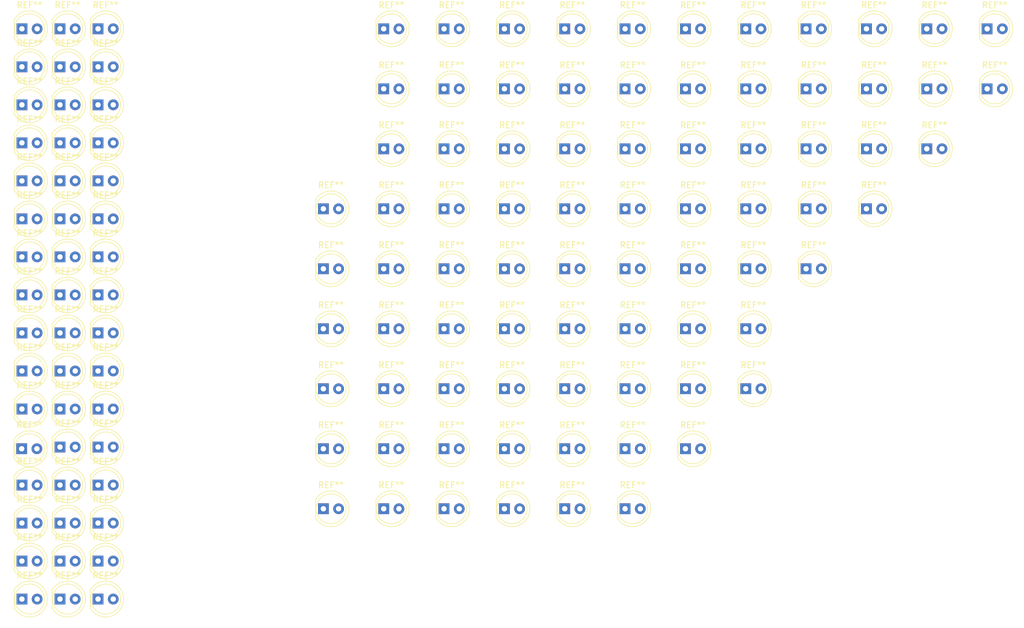
<source format=kicad_pcb>
(kicad_pcb (version 4) (host pcbnew 4.0.1-stable)
  (layers (0 F.Cu signal) (31 B.Cu signal) (34 B.Paste user) (35 F.Paste user) (36 B.SilkS user) (37 F.SilkS user) (38 B.Mask user) (39 F.Mask user) (44 Edge.Cuts user))
  (net 0 "")
  (module LEDs:LED_D5.0mm (layer F.Cu) (at 124.46 66.04)
    (fp_text reference REF** (at 1.27 -3.96) (layer F.SilkS))
    (fp_text value LED_D5.0mm)
    (pad 1 thru_hole rect (at 0 0) (size 1.8 1.8) (drill 0.9) (layers *.Cu *.Mask))
    (pad 2 thru_hole circle (at 2.54 0) (size 1.8 1.8) (drill 0.9) (layers *.Cu *.Mask))
  )
  (module LEDs:LED_D5.0mm (layer F.Cu) (at 111.76 53.34)
    (fp_text reference REF** (at 1.27 -3.96) (layer F.SilkS))
    (fp_text value LED_D5.0mm)
    (pad 1 thru_hole rect (at 0 0) (size 1.8 1.8) (drill 0.9) (layers *.Cu *.Mask))
    (pad 2 thru_hole circle (at 2.54 0) (size 1.8 1.8) (drill 0.9) (layers *.Cu *.Mask))
  )
  (module LEDs:LED_D5.0mm (layer F.Cu) (at 111.76 40.64)
    (fp_text reference REF** (at 1.27 -3.96) (layer F.SilkS))
    (fp_text value LED_D5.0mm)
    (pad 1 thru_hole rect (at 0 0) (size 1.8 1.8) (drill 0.9) (layers *.Cu *.Mask))
    (pad 2 thru_hole circle (at 2.54 0) (size 1.8 1.8) (drill 0.9) (layers *.Cu *.Mask))
  )
  (module LEDs:LED_D5.0mm (layer F.Cu) (at 111.76 59.69)
    (fp_text reference REF** (at 1.27 -3.96) (layer F.SilkS))
    (fp_text value LED_D5.0mm)
    (pad 1 thru_hole rect (at 0 0) (size 1.8 1.8) (drill 0.9) (layers *.Cu *.Mask))
    (pad 2 thru_hole circle (at 2.54 0) (size 1.8 1.8) (drill 0.9) (layers *.Cu *.Mask))
  )
  (module LEDs:LED_D5.0mm (layer F.Cu) (at 111.76 34.29)
    (fp_text reference REF** (at 1.27 -3.96) (layer F.SilkS))
    (fp_text value LED_D5.0mm)
    (pad 1 thru_hole rect (at 0 0) (size 1.8 1.8) (drill 0.9) (layers *.Cu *.Mask))
    (pad 2 thru_hole circle (at 2.54 0) (size 1.8 1.8) (drill 0.9) (layers *.Cu *.Mask))
  )
  (module LEDs:LED_D5.0mm (layer F.Cu) (at 118.11 46.99)
    (fp_text reference REF** (at 1.27 -3.96) (layer F.SilkS))
    (fp_text value LED_D5.0mm)
    (pad 1 thru_hole rect (at 0 0) (size 1.8 1.8) (drill 0.9) (layers *.Cu *.Mask))
    (pad 2 thru_hole circle (at 2.54 0) (size 1.8 1.8) (drill 0.9) (layers *.Cu *.Mask))
  )
  (module LEDs:LED_D5.0mm (layer F.Cu) (at 111.76 66.04)
    (fp_text reference REF** (at 1.27 -3.96) (layer F.SilkS))
    (fp_text value LED_D5.0mm)
    (pad 1 thru_hole rect (at 0 0) (size 1.8 1.8) (drill 0.9) (layers *.Cu *.Mask))
    (pad 2 thru_hole circle (at 2.54 0) (size 1.8 1.8) (drill 0.9) (layers *.Cu *.Mask))
  )
  (module LEDs:LED_D5.0mm (layer F.Cu) (at 111.76 27.94)
    (fp_text reference REF** (at 1.27 -3.96) (layer F.SilkS))
    (fp_text value LED_D5.0mm)
    (pad 1 thru_hole rect (at 0 0) (size 1.8 1.8) (drill 0.9) (layers *.Cu *.Mask))
    (pad 2 thru_hole circle (at 2.54 0) (size 1.8 1.8) (drill 0.9) (layers *.Cu *.Mask))
  )
  (module LEDs:LED_D5.0mm (layer F.Cu) (at 118.11 53.34)
    (fp_text reference REF** (at 1.27 -3.96) (layer F.SilkS))
    (fp_text value LED_D5.0mm)
    (pad 1 thru_hole rect (at 0 0) (size 1.8 1.8) (drill 0.9) (layers *.Cu *.Mask))
    (pad 2 thru_hole circle (at 2.54 0) (size 1.8 1.8) (drill 0.9) (layers *.Cu *.Mask))
  )
  (module LEDs:LED_D5.0mm (layer F.Cu) (at 118.11 91.44)
    (fp_text reference REF** (at 1.27 -3.96) (layer F.SilkS))
    (fp_text value LED_D5.0mm)
    (pad 1 thru_hole rect (at 0 0) (size 1.8 1.8) (drill 0.9) (layers *.Cu *.Mask))
    (pad 2 thru_hole circle (at 2.54 0) (size 1.8 1.8) (drill 0.9) (layers *.Cu *.Mask))
  )
  (module LEDs:LED_D5.0mm (layer F.Cu) (at 111.76 72.39)
    (fp_text reference REF** (at 1.27 -3.96) (layer F.SilkS))
    (fp_text value LED_D5.0mm)
    (pad 1 thru_hole rect (at 0 0) (size 1.8 1.8) (drill 0.9) (layers *.Cu *.Mask))
    (pad 2 thru_hole circle (at 2.54 0) (size 1.8 1.8) (drill 0.9) (layers *.Cu *.Mask))
  )
  (module LEDs:LED_D5.0mm (layer F.Cu) (at 111.76 21.59)
    (fp_text reference REF** (at 1.27 -3.96) (layer F.SilkS))
    (fp_text value LED_D5.0mm)
    (pad 1 thru_hole rect (at 0 0) (size 1.8 1.8) (drill 0.9) (layers *.Cu *.Mask))
    (pad 2 thru_hole circle (at 2.54 0) (size 1.8 1.8) (drill 0.9) (layers *.Cu *.Mask))
  )
  (module LEDs:LED_D5.0mm (layer F.Cu) (at 118.11 59.69)
    (fp_text reference REF** (at 1.27 -3.96) (layer F.SilkS))
    (fp_text value LED_D5.0mm)
    (pad 1 thru_hole rect (at 0 0) (size 1.8 1.8) (drill 0.9) (layers *.Cu *.Mask))
    (pad 2 thru_hole circle (at 2.54 0) (size 1.8 1.8) (drill 0.9) (layers *.Cu *.Mask))
  )
  (module LEDs:LED_D5.0mm (layer F.Cu) (at 118.11 97.79)
    (fp_text reference REF** (at 1.27 -3.96) (layer F.SilkS))
    (fp_text value LED_D5.0mm)
    (pad 1 thru_hole rect (at 0 0) (size 1.8 1.8) (drill 0.9) (layers *.Cu *.Mask))
    (pad 2 thru_hole circle (at 2.54 0) (size 1.8 1.8) (drill 0.9) (layers *.Cu *.Mask))
  )
  (module LEDs:LED_D5.0mm (layer F.Cu) (at 124.46 46.99)
    (fp_text reference REF** (at 1.27 -3.96) (layer F.SilkS))
    (fp_text value LED_D5.0mm)
    (pad 1 thru_hole rect (at 0 0) (size 1.8 1.8) (drill 0.9) (layers *.Cu *.Mask))
    (pad 2 thru_hole circle (at 2.54 0) (size 1.8 1.8) (drill 0.9) (layers *.Cu *.Mask))
  )
  (module LEDs:LED_D5.0mm (layer F.Cu) (at 111.76 78.74)
    (fp_text reference REF** (at 1.27 -3.96) (layer F.SilkS))
    (fp_text value LED_D5.0mm)
    (pad 1 thru_hole rect (at 0 0) (size 1.8 1.8) (drill 0.9) (layers *.Cu *.Mask))
    (pad 2 thru_hole circle (at 2.54 0) (size 1.8 1.8) (drill 0.9) (layers *.Cu *.Mask))
  )
  (module LEDs:LED_D5.0mm (layer F.Cu) (at 124.46 78.74)
    (fp_text reference REF** (at 1.27 -3.96) (layer F.SilkS))
    (fp_text value LED_D5.0mm)
    (pad 1 thru_hole rect (at 0 0) (size 1.8 1.8) (drill 0.9) (layers *.Cu *.Mask))
    (pad 2 thru_hole circle (at 2.54 0) (size 1.8 1.8) (drill 0.9) (layers *.Cu *.Mask))
  )
  (module LEDs:LED_D5.0mm (layer F.Cu) (at 118.11 66.04)
    (fp_text reference REF** (at 1.27 -3.96) (layer F.SilkS))
    (fp_text value LED_D5.0mm)
    (pad 1 thru_hole rect (at 0 0) (size 1.8 1.8) (drill 0.9) (layers *.Cu *.Mask))
    (pad 2 thru_hole circle (at 2.54 0) (size 1.8 1.8) (drill 0.9) (layers *.Cu *.Mask))
  )
  (module LEDs:LED_D5.0mm (layer F.Cu) (at 118.11 104.14)
    (fp_text reference REF** (at 1.27 -3.96) (layer F.SilkS))
    (fp_text value LED_D5.0mm)
    (pad 1 thru_hole rect (at 0 0) (size 1.8 1.8) (drill 0.9) (layers *.Cu *.Mask))
    (pad 2 thru_hole circle (at 2.54 0) (size 1.8 1.8) (drill 0.9) (layers *.Cu *.Mask))
  )
  (module LEDs:LED_D5.0mm (layer F.Cu) (at 124.46 53.34)
    (fp_text reference REF** (at 1.27 -3.96) (layer F.SilkS))
    (fp_text value LED_D5.0mm)
    (pad 1 thru_hole rect (at 0 0) (size 1.8 1.8) (drill 0.9) (layers *.Cu *.Mask))
    (pad 2 thru_hole circle (at 2.54 0) (size 1.8 1.8) (drill 0.9) (layers *.Cu *.Mask))
  )
  (module LEDs:LED_D5.0mm (layer F.Cu) (at 124.46 104.14)
    (fp_text reference REF** (at 1.27 -3.96) (layer F.SilkS))
    (fp_text value LED_D5.0mm)
    (pad 1 thru_hole rect (at 0 0) (size 1.8 1.8) (drill 0.9) (layers *.Cu *.Mask))
    (pad 2 thru_hole circle (at 2.54 0) (size 1.8 1.8) (drill 0.9) (layers *.Cu *.Mask))
  )
  (module LEDs:LED_D5.0mm (layer F.Cu) (at 111.76 85.09)
    (fp_text reference REF** (at 1.27 -3.96) (layer F.SilkS))
    (fp_text value LED_D5.0mm)
    (pad 1 thru_hole rect (at 0 0) (size 1.8 1.8) (drill 0.9) (layers *.Cu *.Mask))
    (pad 2 thru_hole circle (at 2.54 0) (size 1.8 1.8) (drill 0.9) (layers *.Cu *.Mask))
  )
  (module LEDs:LED_D5.0mm (layer F.Cu) (at 118.11 27.94)
    (fp_text reference REF** (at 1.27 -3.96) (layer F.SilkS))
    (fp_text value LED_D5.0mm)
    (pad 1 thru_hole rect (at 0 0) (size 1.8 1.8) (drill 0.9) (layers *.Cu *.Mask))
    (pad 2 thru_hole circle (at 2.54 0) (size 1.8 1.8) (drill 0.9) (layers *.Cu *.Mask))
  )
  (module LEDs:LED_D5.0mm (layer F.Cu) (at 118.11 72.39)
    (fp_text reference REF** (at 1.27 -3.96) (layer F.SilkS))
    (fp_text value LED_D5.0mm)
    (pad 1 thru_hole rect (at 0 0) (size 1.8 1.8) (drill 0.9) (layers *.Cu *.Mask))
    (pad 2 thru_hole circle (at 2.54 0) (size 1.8 1.8) (drill 0.9) (layers *.Cu *.Mask))
  )
  (module LEDs:LED_D5.0mm (layer F.Cu) (at 118.11 110.49)
    (fp_text reference REF** (at 1.27 -3.96) (layer F.SilkS))
    (fp_text value LED_D5.0mm)
    (pad 1 thru_hole rect (at 0 0) (size 1.8 1.8) (drill 0.9) (layers *.Cu *.Mask))
    (pad 2 thru_hole circle (at 2.54 0) (size 1.8 1.8) (drill 0.9) (layers *.Cu *.Mask))
  )
  (module LEDs:LED_D5.0mm (layer F.Cu) (at 124.46 59.69)
    (fp_text reference REF** (at 1.27 -3.96) (layer F.SilkS))
    (fp_text value LED_D5.0mm)
    (pad 1 thru_hole rect (at 0 0) (size 1.8 1.8) (drill 0.9) (layers *.Cu *.Mask))
    (pad 2 thru_hole circle (at 2.54 0) (size 1.8 1.8) (drill 0.9) (layers *.Cu *.Mask))
  )
  (module LEDs:LED_D5.0mm (layer F.Cu) (at 124.46 110.49)
    (fp_text reference REF** (at 1.27 -3.96) (layer F.SilkS))
    (fp_text value LED_D5.0mm)
    (pad 1 thru_hole rect (at 0 0) (size 1.8 1.8) (drill 0.9) (layers *.Cu *.Mask))
    (pad 2 thru_hole circle (at 2.54 0) (size 1.8 1.8) (drill 0.9) (layers *.Cu *.Mask))
  )
  (module LEDs:LED_D5.0mm (layer F.Cu) (at 172.136904 21.595)
    (fp_text reference REF** (at 1.27 -3.96) (layer F.SilkS))
    (fp_text value LED_D5.0mm)
    (pad 1 thru_hole rect (at 0 0) (size 1.8 1.8) (drill 0.9) (layers *.Cu *.Mask))
    (pad 2 thru_hole circle (at 2.54 0) (size 1.8 1.8) (drill 0.9) (layers *.Cu *.Mask))
  )
  (module LEDs:LED_D5.0mm (layer F.Cu) (at 111.716904 91.735)
    (fp_text reference REF** (at 1.27 -3.96) (layer F.SilkS))
    (fp_text value LED_D5.0mm)
    (pad 1 thru_hole rect (at 0 0) (size 1.8 1.8) (drill 0.9) (layers *.Cu *.Mask))
    (pad 2 thru_hole circle (at 2.54 0) (size 1.8 1.8) (drill 0.9) (layers *.Cu *.Mask))
  )
  (module LEDs:LED_D5.0mm (layer F.Cu) (at 111.76 116.84)
    (fp_text reference REF** (at 1.27 -3.96) (layer F.SilkS))
    (fp_text value LED_D5.0mm)
    (pad 1 thru_hole rect (at 0 0) (size 1.8 1.8) (drill 0.9) (layers *.Cu *.Mask))
    (pad 2 thru_hole circle (at 2.54 0) (size 1.8 1.8) (drill 0.9) (layers *.Cu *.Mask))
  )
  (module LEDs:LED_D5.0mm (layer F.Cu) (at 118.11 78.74)
    (fp_text reference REF** (at 1.27 -3.96) (layer F.SilkS))
    (fp_text value LED_D5.0mm)
    (pad 1 thru_hole rect (at 0 0) (size 1.8 1.8) (drill 0.9) (layers *.Cu *.Mask))
    (pad 2 thru_hole circle (at 2.54 0) (size 1.8 1.8) (drill 0.9) (layers *.Cu *.Mask))
  )
  (module LEDs:LED_D5.0mm (layer F.Cu) (at 118.11 116.84)
    (fp_text reference REF** (at 1.27 -3.96) (layer F.SilkS))
    (fp_text value LED_D5.0mm)
    (pad 1 thru_hole rect (at 0 0) (size 1.8 1.8) (drill 0.9) (layers *.Cu *.Mask))
    (pad 2 thru_hole circle (at 2.54 0) (size 1.8 1.8) (drill 0.9) (layers *.Cu *.Mask))
  )
  (module LEDs:LED_D5.0mm (layer F.Cu) (at 111.76 46.99)
    (fp_text reference REF** (at 1.27 -3.96) (layer F.SilkS))
    (fp_text value LED_D5.0mm)
    (pad 1 thru_hole rect (at 0 0) (size 1.8 1.8) (drill 0.9) (layers *.Cu *.Mask))
    (pad 2 thru_hole circle (at 2.54 0) (size 1.8 1.8) (drill 0.9) (layers *.Cu *.Mask))
  )
  (module LEDs:LED_D5.0mm (layer F.Cu) (at 124.46 116.84)
    (fp_text reference REF** (at 1.27 -3.96) (layer F.SilkS))
    (fp_text value LED_D5.0mm)
    (pad 1 thru_hole rect (at 0 0) (size 1.8 1.8) (drill 0.9) (layers *.Cu *.Mask))
    (pad 2 thru_hole circle (at 2.54 0) (size 1.8 1.8) (drill 0.9) (layers *.Cu *.Mask))
  )
  (module LEDs:LED_D5.0mm (layer F.Cu) (at 172.136904 31.615)
    (fp_text reference REF** (at 1.27 -3.96) (layer F.SilkS))
    (fp_text value LED_D5.0mm)
    (pad 1 thru_hole rect (at 0 0) (size 1.8 1.8) (drill 0.9) (layers *.Cu *.Mask))
    (pad 2 thru_hole circle (at 2.54 0) (size 1.8 1.8) (drill 0.9) (layers *.Cu *.Mask))
  )
  (module LEDs:LED_D5.0mm (layer F.Cu) (at 182.206904 21.595)
    (fp_text reference REF** (at 1.27 -3.96) (layer F.SilkS))
    (fp_text value LED_D5.0mm)
    (pad 1 thru_hole rect (at 0 0) (size 1.8 1.8) (drill 0.9) (layers *.Cu *.Mask))
    (pad 2 thru_hole circle (at 2.54 0) (size 1.8 1.8) (drill 0.9) (layers *.Cu *.Mask))
  )
  (module LEDs:LED_D5.0mm (layer F.Cu) (at 111.76 97.79)
    (fp_text reference REF** (at 1.27 -3.96) (layer F.SilkS))
    (fp_text value LED_D5.0mm)
    (pad 1 thru_hole rect (at 0 0) (size 1.8 1.8) (drill 0.9) (layers *.Cu *.Mask))
    (pad 2 thru_hole circle (at 2.54 0) (size 1.8 1.8) (drill 0.9) (layers *.Cu *.Mask))
  )
  (module LEDs:LED_D5.0mm (layer F.Cu) (at 111.76 110.49)
    (fp_text reference REF** (at 1.27 -3.96) (layer F.SilkS))
    (fp_text value LED_D5.0mm)
    (pad 1 thru_hole rect (at 0 0) (size 1.8 1.8) (drill 0.9) (layers *.Cu *.Mask))
    (pad 2 thru_hole circle (at 2.54 0) (size 1.8 1.8) (drill 0.9) (layers *.Cu *.Mask))
  )
  (module LEDs:LED_D5.0mm (layer F.Cu) (at 118.11 85.09)
    (fp_text reference REF** (at 1.27 -3.96) (layer F.SilkS))
    (fp_text value LED_D5.0mm)
    (pad 1 thru_hole rect (at 0 0) (size 1.8 1.8) (drill 0.9) (layers *.Cu *.Mask))
    (pad 2 thru_hole circle (at 2.54 0) (size 1.8 1.8) (drill 0.9) (layers *.Cu *.Mask))
  )
  (module LEDs:LED_D5.0mm (layer F.Cu) (at 124.46 21.59)
    (fp_text reference REF** (at 1.27 -3.96) (layer F.SilkS))
    (fp_text value LED_D5.0mm)
    (pad 1 thru_hole rect (at 0 0) (size 1.8 1.8) (drill 0.9) (layers *.Cu *.Mask))
    (pad 2 thru_hole circle (at 2.54 0) (size 1.8 1.8) (drill 0.9) (layers *.Cu *.Mask))
  )
  (module LEDs:LED_D5.0mm (layer F.Cu) (at 124.46 72.39)
    (fp_text reference REF** (at 1.27 -3.96) (layer F.SilkS))
    (fp_text value LED_D5.0mm)
    (pad 1 thru_hole rect (at 0 0) (size 1.8 1.8) (drill 0.9) (layers *.Cu *.Mask))
    (pad 2 thru_hole circle (at 2.54 0) (size 1.8 1.8) (drill 0.9) (layers *.Cu *.Mask))
  )
  (module LEDs:LED_D5.0mm (layer F.Cu) (at 162.066904 51.655)
    (fp_text reference REF** (at 1.27 -3.96) (layer F.SilkS))
    (fp_text value LED_D5.0mm)
    (pad 1 thru_hole rect (at 0 0) (size 1.8 1.8) (drill 0.9) (layers *.Cu *.Mask))
    (pad 2 thru_hole circle (at 2.54 0) (size 1.8 1.8) (drill 0.9) (layers *.Cu *.Mask))
  )
  (module LEDs:LED_D5.0mm (layer F.Cu) (at 172.136904 41.635)
    (fp_text reference REF** (at 1.27 -3.96) (layer F.SilkS))
    (fp_text value LED_D5.0mm)
    (pad 1 thru_hole rect (at 0 0) (size 1.8 1.8) (drill 0.9) (layers *.Cu *.Mask))
    (pad 2 thru_hole circle (at 2.54 0) (size 1.8 1.8) (drill 0.9) (layers *.Cu *.Mask))
  )
  (module LEDs:LED_D5.0mm (layer F.Cu) (at 182.206904 31.615)
    (fp_text reference REF** (at 1.27 -3.96) (layer F.SilkS))
    (fp_text value LED_D5.0mm)
    (pad 1 thru_hole rect (at 0 0) (size 1.8 1.8) (drill 0.9) (layers *.Cu *.Mask))
    (pad 2 thru_hole circle (at 2.54 0) (size 1.8 1.8) (drill 0.9) (layers *.Cu *.Mask))
  )
  (module LEDs:LED_D5.0mm (layer F.Cu) (at 192.276904 21.595)
    (fp_text reference REF** (at 1.27 -3.96) (layer F.SilkS))
    (fp_text value LED_D5.0mm)
    (pad 1 thru_hole rect (at 0 0) (size 1.8 1.8) (drill 0.9) (layers *.Cu *.Mask))
    (pad 2 thru_hole circle (at 2.54 0) (size 1.8 1.8) (drill 0.9) (layers *.Cu *.Mask))
  )
  (module LEDs:LED_D5.0mm (layer F.Cu) (at 111.76 104.14)
    (fp_text reference REF** (at 1.27 -3.96) (layer F.SilkS))
    (fp_text value LED_D5.0mm)
    (pad 1 thru_hole rect (at 0 0) (size 1.8 1.8) (drill 0.9) (layers *.Cu *.Mask))
    (pad 2 thru_hole circle (at 2.54 0) (size 1.8 1.8) (drill 0.9) (layers *.Cu *.Mask))
  )
  (module LEDs:LED_D5.0mm (layer F.Cu) (at 118.11 40.64)
    (fp_text reference REF** (at 1.27 -3.96) (layer F.SilkS))
    (fp_text value LED_D5.0mm)
    (pad 1 thru_hole rect (at 0 0) (size 1.8 1.8) (drill 0.9) (layers *.Cu *.Mask))
    (pad 2 thru_hole circle (at 2.54 0) (size 1.8 1.8) (drill 0.9) (layers *.Cu *.Mask))
  )
  (module LEDs:LED_D5.0mm (layer F.Cu) (at 124.46 27.94)
    (fp_text reference REF** (at 1.27 -3.96) (layer F.SilkS))
    (fp_text value LED_D5.0mm)
    (pad 1 thru_hole rect (at 0 0) (size 1.8 1.8) (drill 0.9) (layers *.Cu *.Mask))
    (pad 2 thru_hole circle (at 2.54 0) (size 1.8 1.8) (drill 0.9) (layers *.Cu *.Mask))
  )
  (module LEDs:LED_D5.0mm (layer F.Cu) (at 118.11 21.59)
    (fp_text reference REF** (at 1.27 -3.96) (layer F.SilkS))
    (fp_text value LED_D5.0mm)
    (pad 1 thru_hole rect (at 0 0) (size 1.8 1.8) (drill 0.9) (layers *.Cu *.Mask))
    (pad 2 thru_hole circle (at 2.54 0) (size 1.8 1.8) (drill 0.9) (layers *.Cu *.Mask))
  )
  (module LEDs:LED_D5.0mm (layer F.Cu) (at 162.066904 61.675)
    (fp_text reference REF** (at 1.27 -3.96) (layer F.SilkS))
    (fp_text value LED_D5.0mm)
    (pad 1 thru_hole rect (at 0 0) (size 1.8 1.8) (drill 0.9) (layers *.Cu *.Mask))
    (pad 2 thru_hole circle (at 2.54 0) (size 1.8 1.8) (drill 0.9) (layers *.Cu *.Mask))
  )
  (module LEDs:LED_D5.0mm (layer F.Cu) (at 172.136904 51.655)
    (fp_text reference REF** (at 1.27 -3.96) (layer F.SilkS))
    (fp_text value LED_D5.0mm)
    (pad 1 thru_hole rect (at 0 0) (size 1.8 1.8) (drill 0.9) (layers *.Cu *.Mask))
    (pad 2 thru_hole circle (at 2.54 0) (size 1.8 1.8) (drill 0.9) (layers *.Cu *.Mask))
  )
  (module LEDs:LED_D5.0mm (layer F.Cu) (at 182.206904 41.635)
    (fp_text reference REF** (at 1.27 -3.96) (layer F.SilkS))
    (fp_text value LED_D5.0mm)
    (pad 1 thru_hole rect (at 0 0) (size 1.8 1.8) (drill 0.9) (layers *.Cu *.Mask))
    (pad 2 thru_hole circle (at 2.54 0) (size 1.8 1.8) (drill 0.9) (layers *.Cu *.Mask))
  )
  (module LEDs:LED_D5.0mm (layer F.Cu) (at 192.276904 31.615)
    (fp_text reference REF** (at 1.27 -3.96) (layer F.SilkS))
    (fp_text value LED_D5.0mm)
    (pad 1 thru_hole rect (at 0 0) (size 1.8 1.8) (drill 0.9) (layers *.Cu *.Mask))
    (pad 2 thru_hole circle (at 2.54 0) (size 1.8 1.8) (drill 0.9) (layers *.Cu *.Mask))
  )
  (module LEDs:LED_D5.0mm (layer F.Cu) (at 202.346904 21.595)
    (fp_text reference REF** (at 1.27 -3.96) (layer F.SilkS))
    (fp_text value LED_D5.0mm)
    (pad 1 thru_hole rect (at 0 0) (size 1.8 1.8) (drill 0.9) (layers *.Cu *.Mask))
    (pad 2 thru_hole circle (at 2.54 0) (size 1.8 1.8) (drill 0.9) (layers *.Cu *.Mask))
  )
  (module LEDs:LED_D5.0mm (layer F.Cu) (at 118.11 34.29)
    (fp_text reference REF** (at 1.27 -3.96) (layer F.SilkS))
    (fp_text value LED_D5.0mm)
    (pad 1 thru_hole rect (at 0 0) (size 1.8 1.8) (drill 0.9) (layers *.Cu *.Mask))
    (pad 2 thru_hole circle (at 2.54 0) (size 1.8 1.8) (drill 0.9) (layers *.Cu *.Mask))
  )
  (module LEDs:LED_D5.0mm (layer F.Cu) (at 124.46 34.29)
    (fp_text reference REF** (at 1.27 -3.96) (layer F.SilkS))
    (fp_text value LED_D5.0mm)
    (pad 1 thru_hole rect (at 0 0) (size 1.8 1.8) (drill 0.9) (layers *.Cu *.Mask))
    (pad 2 thru_hole circle (at 2.54 0) (size 1.8 1.8) (drill 0.9) (layers *.Cu *.Mask))
  )
  (module LEDs:LED_D5.0mm (layer F.Cu) (at 124.46 85.09)
    (fp_text reference REF** (at 1.27 -3.96) (layer F.SilkS))
    (fp_text value LED_D5.0mm)
    (pad 1 thru_hole rect (at 0 0) (size 1.8 1.8) (drill 0.9) (layers *.Cu *.Mask))
    (pad 2 thru_hole circle (at 2.54 0) (size 1.8 1.8) (drill 0.9) (layers *.Cu *.Mask))
  )
  (module LEDs:LED_D5.0mm (layer F.Cu) (at 162.066904 71.695)
    (fp_text reference REF** (at 1.27 -3.96) (layer F.SilkS))
    (fp_text value LED_D5.0mm)
    (pad 1 thru_hole rect (at 0 0) (size 1.8 1.8) (drill 0.9) (layers *.Cu *.Mask))
    (pad 2 thru_hole circle (at 2.54 0) (size 1.8 1.8) (drill 0.9) (layers *.Cu *.Mask))
  )
  (module LEDs:LED_D5.0mm (layer F.Cu) (at 172.136904 61.675)
    (fp_text reference REF** (at 1.27 -3.96) (layer F.SilkS))
    (fp_text value LED_D5.0mm)
    (pad 1 thru_hole rect (at 0 0) (size 1.8 1.8) (drill 0.9) (layers *.Cu *.Mask))
    (pad 2 thru_hole circle (at 2.54 0) (size 1.8 1.8) (drill 0.9) (layers *.Cu *.Mask))
  )
  (module LEDs:LED_D5.0mm (layer F.Cu) (at 182.206904 51.655)
    (fp_text reference REF** (at 1.27 -3.96) (layer F.SilkS))
    (fp_text value LED_D5.0mm)
    (pad 1 thru_hole rect (at 0 0) (size 1.8 1.8) (drill 0.9) (layers *.Cu *.Mask))
    (pad 2 thru_hole circle (at 2.54 0) (size 1.8 1.8) (drill 0.9) (layers *.Cu *.Mask))
  )
  (module LEDs:LED_D5.0mm (layer F.Cu) (at 192.276904 41.635)
    (fp_text reference REF** (at 1.27 -3.96) (layer F.SilkS))
    (fp_text value LED_D5.0mm)
    (pad 1 thru_hole rect (at 0 0) (size 1.8 1.8) (drill 0.9) (layers *.Cu *.Mask))
    (pad 2 thru_hole circle (at 2.54 0) (size 1.8 1.8) (drill 0.9) (layers *.Cu *.Mask))
  )
  (module LEDs:LED_D5.0mm (layer F.Cu) (at 202.346904 31.615)
    (fp_text reference REF** (at 1.27 -3.96) (layer F.SilkS))
    (fp_text value LED_D5.0mm)
    (pad 1 thru_hole rect (at 0 0) (size 1.8 1.8) (drill 0.9) (layers *.Cu *.Mask))
    (pad 2 thru_hole circle (at 2.54 0) (size 1.8 1.8) (drill 0.9) (layers *.Cu *.Mask))
  )
  (module LEDs:LED_D5.0mm (layer F.Cu) (at 212.416904 21.595)
    (fp_text reference REF** (at 1.27 -3.96) (layer F.SilkS))
    (fp_text value LED_D5.0mm)
    (pad 1 thru_hole rect (at 0 0) (size 1.8 1.8) (drill 0.9) (layers *.Cu *.Mask))
    (pad 2 thru_hole circle (at 2.54 0) (size 1.8 1.8) (drill 0.9) (layers *.Cu *.Mask))
  )
  (module LEDs:LED_D5.0mm (layer F.Cu) (at 124.46 40.64)
    (fp_text reference REF** (at 1.27 -3.96) (layer F.SilkS))
    (fp_text value LED_D5.0mm)
    (pad 1 thru_hole rect (at 0 0) (size 1.8 1.8) (drill 0.9) (layers *.Cu *.Mask))
    (pad 2 thru_hole circle (at 2.54 0) (size 1.8 1.8) (drill 0.9) (layers *.Cu *.Mask))
  )
  (module LEDs:LED_D5.0mm (layer F.Cu) (at 232.556904 41.635)
    (fp_text reference REF** (at 1.27 -3.96) (layer F.SilkS))
    (fp_text value LED_D5.0mm)
    (pad 1 thru_hole rect (at 0 0) (size 1.8 1.8) (drill 0.9) (layers *.Cu *.Mask))
    (pad 2 thru_hole circle (at 2.54 0) (size 1.8 1.8) (drill 0.9) (layers *.Cu *.Mask))
  )
  (module LEDs:LED_D5.0mm (layer F.Cu) (at 162.066904 81.715)
    (fp_text reference REF** (at 1.27 -3.96) (layer F.SilkS))
    (fp_text value LED_D5.0mm)
    (pad 1 thru_hole rect (at 0 0) (size 1.8 1.8) (drill 0.9) (layers *.Cu *.Mask))
    (pad 2 thru_hole circle (at 2.54 0) (size 1.8 1.8) (drill 0.9) (layers *.Cu *.Mask))
  )
  (module LEDs:LED_D5.0mm (layer F.Cu) (at 172.136904 71.695)
    (fp_text reference REF** (at 1.27 -3.96) (layer F.SilkS))
    (fp_text value LED_D5.0mm)
    (pad 1 thru_hole rect (at 0 0) (size 1.8 1.8) (drill 0.9) (layers *.Cu *.Mask))
    (pad 2 thru_hole circle (at 2.54 0) (size 1.8 1.8) (drill 0.9) (layers *.Cu *.Mask))
  )
  (module LEDs:LED_D5.0mm (layer F.Cu) (at 182.206904 61.675)
    (fp_text reference REF** (at 1.27 -3.96) (layer F.SilkS))
    (fp_text value LED_D5.0mm)
    (pad 1 thru_hole rect (at 0 0) (size 1.8 1.8) (drill 0.9) (layers *.Cu *.Mask))
    (pad 2 thru_hole circle (at 2.54 0) (size 1.8 1.8) (drill 0.9) (layers *.Cu *.Mask))
  )
  (module LEDs:LED_D5.0mm (layer F.Cu) (at 192.276904 51.655)
    (fp_text reference REF** (at 1.27 -3.96) (layer F.SilkS))
    (fp_text value LED_D5.0mm)
    (pad 1 thru_hole rect (at 0 0) (size 1.8 1.8) (drill 0.9) (layers *.Cu *.Mask))
    (pad 2 thru_hole circle (at 2.54 0) (size 1.8 1.8) (drill 0.9) (layers *.Cu *.Mask))
  )
  (module LEDs:LED_D5.0mm (layer F.Cu) (at 202.346904 41.635)
    (fp_text reference REF** (at 1.27 -3.96) (layer F.SilkS))
    (fp_text value LED_D5.0mm)
    (pad 1 thru_hole rect (at 0 0) (size 1.8 1.8) (drill 0.9) (layers *.Cu *.Mask))
    (pad 2 thru_hole circle (at 2.54 0) (size 1.8 1.8) (drill 0.9) (layers *.Cu *.Mask))
  )
  (module LEDs:LED_D5.0mm (layer F.Cu) (at 212.416904 31.615)
    (fp_text reference REF** (at 1.27 -3.96) (layer F.SilkS))
    (fp_text value LED_D5.0mm)
    (pad 1 thru_hole rect (at 0 0) (size 1.8 1.8) (drill 0.9) (layers *.Cu *.Mask))
    (pad 2 thru_hole circle (at 2.54 0) (size 1.8 1.8) (drill 0.9) (layers *.Cu *.Mask))
  )
  (module LEDs:LED_D5.0mm (layer F.Cu) (at 222.486904 21.595)
    (fp_text reference REF** (at 1.27 -3.96) (layer F.SilkS))
    (fp_text value LED_D5.0mm)
    (pad 1 thru_hole rect (at 0 0) (size 1.8 1.8) (drill 0.9) (layers *.Cu *.Mask))
    (pad 2 thru_hole circle (at 2.54 0) (size 1.8 1.8) (drill 0.9) (layers *.Cu *.Mask))
  )
  (module LEDs:LED_D5.0mm (layer F.Cu) (at 124.46 97.79)
    (fp_text reference REF** (at 1.27 -3.96) (layer F.SilkS))
    (fp_text value LED_D5.0mm)
    (pad 1 thru_hole rect (at 0 0) (size 1.8 1.8) (drill 0.9) (layers *.Cu *.Mask))
    (pad 2 thru_hole circle (at 2.54 0) (size 1.8 1.8) (drill 0.9) (layers *.Cu *.Mask))
  )
  (module LEDs:LED_D5.0mm (layer F.Cu) (at 162.066904 91.735)
    (fp_text reference REF** (at 1.27 -3.96) (layer F.SilkS))
    (fp_text value LED_D5.0mm)
    (pad 1 thru_hole rect (at 0 0) (size 1.8 1.8) (drill 0.9) (layers *.Cu *.Mask))
    (pad 2 thru_hole circle (at 2.54 0) (size 1.8 1.8) (drill 0.9) (layers *.Cu *.Mask))
  )
  (module LEDs:LED_D5.0mm (layer F.Cu) (at 172.136904 81.715)
    (fp_text reference REF** (at 1.27 -3.96) (layer F.SilkS))
    (fp_text value LED_D5.0mm)
    (pad 1 thru_hole rect (at 0 0) (size 1.8 1.8) (drill 0.9) (layers *.Cu *.Mask))
    (pad 2 thru_hole circle (at 2.54 0) (size 1.8 1.8) (drill 0.9) (layers *.Cu *.Mask))
  )
  (module LEDs:LED_D5.0mm (layer F.Cu) (at 182.206904 71.695)
    (fp_text reference REF** (at 1.27 -3.96) (layer F.SilkS))
    (fp_text value LED_D5.0mm)
    (pad 1 thru_hole rect (at 0 0) (size 1.8 1.8) (drill 0.9) (layers *.Cu *.Mask))
    (pad 2 thru_hole circle (at 2.54 0) (size 1.8 1.8) (drill 0.9) (layers *.Cu *.Mask))
  )
  (module LEDs:LED_D5.0mm (layer F.Cu) (at 192.276904 61.675)
    (fp_text reference REF** (at 1.27 -3.96) (layer F.SilkS))
    (fp_text value LED_D5.0mm)
    (pad 1 thru_hole rect (at 0 0) (size 1.8 1.8) (drill 0.9) (layers *.Cu *.Mask))
    (pad 2 thru_hole circle (at 2.54 0) (size 1.8 1.8) (drill 0.9) (layers *.Cu *.Mask))
  )
  (module LEDs:LED_D5.0mm (layer F.Cu) (at 202.346904 51.655)
    (fp_text reference REF** (at 1.27 -3.96) (layer F.SilkS))
    (fp_text value LED_D5.0mm)
    (pad 1 thru_hole rect (at 0 0) (size 1.8 1.8) (drill 0.9) (layers *.Cu *.Mask))
    (pad 2 thru_hole circle (at 2.54 0) (size 1.8 1.8) (drill 0.9) (layers *.Cu *.Mask))
  )
  (module LEDs:LED_D5.0mm (layer F.Cu) (at 212.416904 41.635)
    (fp_text reference REF** (at 1.27 -3.96) (layer F.SilkS))
    (fp_text value LED_D5.0mm)
    (pad 1 thru_hole rect (at 0 0) (size 1.8 1.8) (drill 0.9) (layers *.Cu *.Mask))
    (pad 2 thru_hole circle (at 2.54 0) (size 1.8 1.8) (drill 0.9) (layers *.Cu *.Mask))
  )
  (module LEDs:LED_D5.0mm (layer F.Cu) (at 222.486904 31.615)
    (fp_text reference REF** (at 1.27 -3.96) (layer F.SilkS))
    (fp_text value LED_D5.0mm)
    (pad 1 thru_hole rect (at 0 0) (size 1.8 1.8) (drill 0.9) (layers *.Cu *.Mask))
    (pad 2 thru_hole circle (at 2.54 0) (size 1.8 1.8) (drill 0.9) (layers *.Cu *.Mask))
  )
  (module LEDs:LED_D5.0mm (layer F.Cu) (at 232.556904 61.675)
    (fp_text reference REF** (at 1.27 -3.96) (layer F.SilkS))
    (fp_text value LED_D5.0mm)
    (pad 1 thru_hole rect (at 0 0) (size 1.8 1.8) (drill 0.9) (layers *.Cu *.Mask))
    (pad 2 thru_hole circle (at 2.54 0) (size 1.8 1.8) (drill 0.9) (layers *.Cu *.Mask))
  )
  (module LEDs:LED_D5.0mm (layer F.Cu) (at 162.066904 101.755)
    (fp_text reference REF** (at 1.27 -3.96) (layer F.SilkS))
    (fp_text value LED_D5.0mm)
    (pad 1 thru_hole rect (at 0 0) (size 1.8 1.8) (drill 0.9) (layers *.Cu *.Mask))
    (pad 2 thru_hole circle (at 2.54 0) (size 1.8 1.8) (drill 0.9) (layers *.Cu *.Mask))
  )
  (module LEDs:LED_D5.0mm (layer F.Cu) (at 172.136904 91.735)
    (fp_text reference REF** (at 1.27 -3.96) (layer F.SilkS))
    (fp_text value LED_D5.0mm)
    (pad 1 thru_hole rect (at 0 0) (size 1.8 1.8) (drill 0.9) (layers *.Cu *.Mask))
    (pad 2 thru_hole circle (at 2.54 0) (size 1.8 1.8) (drill 0.9) (layers *.Cu *.Mask))
  )
  (module LEDs:LED_D5.0mm (layer F.Cu) (at 182.206904 81.715)
    (fp_text reference REF** (at 1.27 -3.96) (layer F.SilkS))
    (fp_text value LED_D5.0mm)
    (pad 1 thru_hole rect (at 0 0) (size 1.8 1.8) (drill 0.9) (layers *.Cu *.Mask))
    (pad 2 thru_hole circle (at 2.54 0) (size 1.8 1.8) (drill 0.9) (layers *.Cu *.Mask))
  )
  (module LEDs:LED_D5.0mm (layer F.Cu) (at 192.276904 71.695)
    (fp_text reference REF** (at 1.27 -3.96) (layer F.SilkS))
    (fp_text value LED_D5.0mm)
    (pad 1 thru_hole rect (at 0 0) (size 1.8 1.8) (drill 0.9) (layers *.Cu *.Mask))
    (pad 2 thru_hole circle (at 2.54 0) (size 1.8 1.8) (drill 0.9) (layers *.Cu *.Mask))
  )
  (module LEDs:LED_D5.0mm (layer F.Cu) (at 202.346904 61.675)
    (fp_text reference REF** (at 1.27 -3.96) (layer F.SilkS))
    (fp_text value LED_D5.0mm)
    (pad 1 thru_hole rect (at 0 0) (size 1.8 1.8) (drill 0.9) (layers *.Cu *.Mask))
    (pad 2 thru_hole circle (at 2.54 0) (size 1.8 1.8) (drill 0.9) (layers *.Cu *.Mask))
  )
  (module LEDs:LED_D5.0mm (layer F.Cu) (at 212.416904 51.655)
    (fp_text reference REF** (at 1.27 -3.96) (layer F.SilkS))
    (fp_text value LED_D5.0mm)
    (pad 1 thru_hole rect (at 0 0) (size 1.8 1.8) (drill 0.9) (layers *.Cu *.Mask))
    (pad 2 thru_hole circle (at 2.54 0) (size 1.8 1.8) (drill 0.9) (layers *.Cu *.Mask))
  )
  (module LEDs:LED_D5.0mm (layer F.Cu) (at 222.486904 41.635)
    (fp_text reference REF** (at 1.27 -3.96) (layer F.SilkS))
    (fp_text value LED_D5.0mm)
    (pad 1 thru_hole rect (at 0 0) (size 1.8 1.8) (drill 0.9) (layers *.Cu *.Mask))
    (pad 2 thru_hole circle (at 2.54 0) (size 1.8 1.8) (drill 0.9) (layers *.Cu *.Mask))
  )
  (module LEDs:LED_D5.0mm (layer F.Cu) (at 232.556904 31.615)
    (fp_text reference REF** (at 1.27 -3.96) (layer F.SilkS))
    (fp_text value LED_D5.0mm)
    (pad 1 thru_hole rect (at 0 0) (size 1.8 1.8) (drill 0.9) (layers *.Cu *.Mask))
    (pad 2 thru_hole circle (at 2.54 0) (size 1.8 1.8) (drill 0.9) (layers *.Cu *.Mask))
  )
  (module LEDs:LED_D5.0mm (layer F.Cu) (at 242.626904 21.595)
    (fp_text reference REF** (at 1.27 -3.96) (layer F.SilkS))
    (fp_text value LED_D5.0mm)
    (pad 1 thru_hole rect (at 0 0) (size 1.8 1.8) (drill 0.9) (layers *.Cu *.Mask))
    (pad 2 thru_hole circle (at 2.54 0) (size 1.8 1.8) (drill 0.9) (layers *.Cu *.Mask))
  )
  (module LEDs:LED_D5.0mm (layer F.Cu) (at 172.136904 101.755)
    (fp_text reference REF** (at 1.27 -3.96) (layer F.SilkS))
    (fp_text value LED_D5.0mm)
    (pad 1 thru_hole rect (at 0 0) (size 1.8 1.8) (drill 0.9) (layers *.Cu *.Mask))
    (pad 2 thru_hole circle (at 2.54 0) (size 1.8 1.8) (drill 0.9) (layers *.Cu *.Mask))
  )
  (module LEDs:LED_D5.0mm (layer F.Cu) (at 182.206904 91.735)
    (fp_text reference REF** (at 1.27 -3.96) (layer F.SilkS))
    (fp_text value LED_D5.0mm)
    (pad 1 thru_hole rect (at 0 0) (size 1.8 1.8) (drill 0.9) (layers *.Cu *.Mask))
    (pad 2 thru_hole circle (at 2.54 0) (size 1.8 1.8) (drill 0.9) (layers *.Cu *.Mask))
  )
  (module LEDs:LED_D5.0mm (layer F.Cu) (at 192.276904 81.715)
    (fp_text reference REF** (at 1.27 -3.96) (layer F.SilkS))
    (fp_text value LED_D5.0mm)
    (pad 1 thru_hole rect (at 0 0) (size 1.8 1.8) (drill 0.9) (layers *.Cu *.Mask))
    (pad 2 thru_hole circle (at 2.54 0) (size 1.8 1.8) (drill 0.9) (layers *.Cu *.Mask))
  )
  (module LEDs:LED_D5.0mm (layer F.Cu) (at 202.346904 71.695)
    (fp_text reference REF** (at 1.27 -3.96) (layer F.SilkS))
    (fp_text value LED_D5.0mm)
    (pad 1 thru_hole rect (at 0 0) (size 1.8 1.8) (drill 0.9) (layers *.Cu *.Mask))
    (pad 2 thru_hole circle (at 2.54 0) (size 1.8 1.8) (drill 0.9) (layers *.Cu *.Mask))
  )
  (module LEDs:LED_D5.0mm (layer F.Cu) (at 212.416904 61.675)
    (fp_text reference REF** (at 1.27 -3.96) (layer F.SilkS))
    (fp_text value LED_D5.0mm)
    (pad 1 thru_hole rect (at 0 0) (size 1.8 1.8) (drill 0.9) (layers *.Cu *.Mask))
    (pad 2 thru_hole circle (at 2.54 0) (size 1.8 1.8) (drill 0.9) (layers *.Cu *.Mask))
  )
  (module LEDs:LED_D5.0mm (layer F.Cu) (at 222.486904 51.655)
    (fp_text reference REF** (at 1.27 -3.96) (layer F.SilkS))
    (fp_text value LED_D5.0mm)
    (pad 1 thru_hole rect (at 0 0) (size 1.8 1.8) (drill 0.9) (layers *.Cu *.Mask))
    (pad 2 thru_hole circle (at 2.54 0) (size 1.8 1.8) (drill 0.9) (layers *.Cu *.Mask))
  )
  (module LEDs:LED_D5.0mm (layer F.Cu) (at 124.46 91.44)
    (fp_text reference REF** (at 1.27 -3.96) (layer F.SilkS))
    (fp_text value LED_D5.0mm)
    (pad 1 thru_hole rect (at 0 0) (size 1.8 1.8) (drill 0.9) (layers *.Cu *.Mask))
    (pad 2 thru_hole circle (at 2.54 0) (size 1.8 1.8) (drill 0.9) (layers *.Cu *.Mask))
  )
  (module LEDs:LED_D5.0mm (layer F.Cu) (at 242.626904 31.615)
    (fp_text reference REF** (at 1.27 -3.96) (layer F.SilkS))
    (fp_text value LED_D5.0mm)
    (pad 1 thru_hole rect (at 0 0) (size 1.8 1.8) (drill 0.9) (layers *.Cu *.Mask))
    (pad 2 thru_hole circle (at 2.54 0) (size 1.8 1.8) (drill 0.9) (layers *.Cu *.Mask))
  )
  (module LEDs:LED_D5.0mm (layer F.Cu) (at 252.696904 21.595)
    (fp_text reference REF** (at 1.27 -3.96) (layer F.SilkS))
    (fp_text value LED_D5.0mm)
    (pad 1 thru_hole rect (at 0 0) (size 1.8 1.8) (drill 0.9) (layers *.Cu *.Mask))
    (pad 2 thru_hole circle (at 2.54 0) (size 1.8 1.8) (drill 0.9) (layers *.Cu *.Mask))
  )
  (module LEDs:LED_D5.0mm (layer F.Cu) (at 182.206904 101.755)
    (fp_text reference REF** (at 1.27 -3.96) (layer F.SilkS))
    (fp_text value LED_D5.0mm)
    (pad 1 thru_hole rect (at 0 0) (size 1.8 1.8) (drill 0.9) (layers *.Cu *.Mask))
    (pad 2 thru_hole circle (at 2.54 0) (size 1.8 1.8) (drill 0.9) (layers *.Cu *.Mask))
  )
  (module LEDs:LED_D5.0mm (layer F.Cu) (at 192.276904 91.735)
    (fp_text reference REF** (at 1.27 -3.96) (layer F.SilkS))
    (fp_text value LED_D5.0mm)
    (pad 1 thru_hole rect (at 0 0) (size 1.8 1.8) (drill 0.9) (layers *.Cu *.Mask))
    (pad 2 thru_hole circle (at 2.54 0) (size 1.8 1.8) (drill 0.9) (layers *.Cu *.Mask))
  )
  (module LEDs:LED_D5.0mm (layer F.Cu) (at 202.346904 81.715)
    (fp_text reference REF** (at 1.27 -3.96) (layer F.SilkS))
    (fp_text value LED_D5.0mm)
    (pad 1 thru_hole rect (at 0 0) (size 1.8 1.8) (drill 0.9) (layers *.Cu *.Mask))
    (pad 2 thru_hole circle (at 2.54 0) (size 1.8 1.8) (drill 0.9) (layers *.Cu *.Mask))
  )
  (module LEDs:LED_D5.0mm (layer F.Cu) (at 212.416904 71.695)
    (fp_text reference REF** (at 1.27 -3.96) (layer F.SilkS))
    (fp_text value LED_D5.0mm)
    (pad 1 thru_hole rect (at 0 0) (size 1.8 1.8) (drill 0.9) (layers *.Cu *.Mask))
    (pad 2 thru_hole circle (at 2.54 0) (size 1.8 1.8) (drill 0.9) (layers *.Cu *.Mask))
  )
  (module LEDs:LED_D5.0mm (layer F.Cu) (at 222.486904 61.675)
    (fp_text reference REF** (at 1.27 -3.96) (layer F.SilkS))
    (fp_text value LED_D5.0mm)
    (pad 1 thru_hole rect (at 0 0) (size 1.8 1.8) (drill 0.9) (layers *.Cu *.Mask))
    (pad 2 thru_hole circle (at 2.54 0) (size 1.8 1.8) (drill 0.9) (layers *.Cu *.Mask))
  )
  (module LEDs:LED_D5.0mm (layer F.Cu) (at 232.556904 51.655)
    (fp_text reference REF** (at 1.27 -3.96) (layer F.SilkS))
    (fp_text value LED_D5.0mm)
    (pad 1 thru_hole rect (at 0 0) (size 1.8 1.8) (drill 0.9) (layers *.Cu *.Mask))
    (pad 2 thru_hole circle (at 2.54 0) (size 1.8 1.8) (drill 0.9) (layers *.Cu *.Mask))
  )
  (module LEDs:LED_D5.0mm (layer F.Cu) (at 242.626904 41.635)
    (fp_text reference REF** (at 1.27 -3.96) (layer F.SilkS))
    (fp_text value LED_D5.0mm)
    (pad 1 thru_hole rect (at 0 0) (size 1.8 1.8) (drill 0.9) (layers *.Cu *.Mask))
    (pad 2 thru_hole circle (at 2.54 0) (size 1.8 1.8) (drill 0.9) (layers *.Cu *.Mask))
  )
  (module LEDs:LED_D5.0mm (layer F.Cu) (at 252.696904 31.615)
    (fp_text reference REF** (at 1.27 -3.96) (layer F.SilkS))
    (fp_text value LED_D5.0mm)
    (pad 1 thru_hole rect (at 0 0) (size 1.8 1.8) (drill 0.9) (layers *.Cu *.Mask))
    (pad 2 thru_hole circle (at 2.54 0) (size 1.8 1.8) (drill 0.9) (layers *.Cu *.Mask))
  )
  (module LEDs:LED_D5.0mm (layer F.Cu) (at 262.766904 21.595)
    (fp_text reference REF** (at 1.27 -3.96) (layer F.SilkS))
    (fp_text value LED_D5.0mm)
    (pad 1 thru_hole rect (at 0 0) (size 1.8 1.8) (drill 0.9) (layers *.Cu *.Mask))
    (pad 2 thru_hole circle (at 2.54 0) (size 1.8 1.8) (drill 0.9) (layers *.Cu *.Mask))
  )
  (module LEDs:LED_D5.0mm (layer F.Cu) (at 192.276904 101.755)
    (fp_text reference REF** (at 1.27 -3.96) (layer F.SilkS))
    (fp_text value LED_D5.0mm)
    (pad 1 thru_hole rect (at 0 0) (size 1.8 1.8) (drill 0.9) (layers *.Cu *.Mask))
    (pad 2 thru_hole circle (at 2.54 0) (size 1.8 1.8) (drill 0.9) (layers *.Cu *.Mask))
  )
  (module LEDs:LED_D5.0mm (layer F.Cu) (at 202.346904 91.735)
    (fp_text reference REF** (at 1.27 -3.96) (layer F.SilkS))
    (fp_text value LED_D5.0mm)
    (pad 1 thru_hole rect (at 0 0) (size 1.8 1.8) (drill 0.9) (layers *.Cu *.Mask))
    (pad 2 thru_hole circle (at 2.54 0) (size 1.8 1.8) (drill 0.9) (layers *.Cu *.Mask))
  )
  (module LEDs:LED_D5.0mm (layer F.Cu) (at 212.416904 81.715)
    (fp_text reference REF** (at 1.27 -3.96) (layer F.SilkS))
    (fp_text value LED_D5.0mm)
    (pad 1 thru_hole rect (at 0 0) (size 1.8 1.8) (drill 0.9) (layers *.Cu *.Mask))
    (pad 2 thru_hole circle (at 2.54 0) (size 1.8 1.8) (drill 0.9) (layers *.Cu *.Mask))
  )
  (module LEDs:LED_D5.0mm (layer F.Cu) (at 222.486904 71.695)
    (fp_text reference REF** (at 1.27 -3.96) (layer F.SilkS))
    (fp_text value LED_D5.0mm)
    (pad 1 thru_hole rect (at 0 0) (size 1.8 1.8) (drill 0.9) (layers *.Cu *.Mask))
    (pad 2 thru_hole circle (at 2.54 0) (size 1.8 1.8) (drill 0.9) (layers *.Cu *.Mask))
  )
  (module LEDs:LED_D5.0mm (layer F.Cu) (at 232.556904 21.595)
    (fp_text reference REF** (at 1.27 -3.96) (layer F.SilkS))
    (fp_text value LED_D5.0mm)
    (pad 1 thru_hole rect (at 0 0) (size 1.8 1.8) (drill 0.9) (layers *.Cu *.Mask))
    (pad 2 thru_hole circle (at 2.54 0) (size 1.8 1.8) (drill 0.9) (layers *.Cu *.Mask))
  )
  (module LEDs:LED_D5.0mm (layer F.Cu) (at 242.626904 51.655)
    (fp_text reference REF** (at 1.27 -3.96) (layer F.SilkS))
    (fp_text value LED_D5.0mm)
    (pad 1 thru_hole rect (at 0 0) (size 1.8 1.8) (drill 0.9) (layers *.Cu *.Mask))
    (pad 2 thru_hole circle (at 2.54 0) (size 1.8 1.8) (drill 0.9) (layers *.Cu *.Mask))
  )
  (module LEDs:LED_D5.0mm (layer F.Cu) (at 252.696904 41.635)
    (fp_text reference REF** (at 1.27 -3.96) (layer F.SilkS))
    (fp_text value LED_D5.0mm)
    (pad 1 thru_hole rect (at 0 0) (size 1.8 1.8) (drill 0.9) (layers *.Cu *.Mask))
    (pad 2 thru_hole circle (at 2.54 0) (size 1.8 1.8) (drill 0.9) (layers *.Cu *.Mask))
  )
  (module LEDs:LED_D5.0mm (layer F.Cu) (at 262.766904 31.615)
    (fp_text reference REF** (at 1.27 -3.96) (layer F.SilkS))
    (fp_text value LED_D5.0mm)
    (pad 1 thru_hole rect (at 0 0) (size 1.8 1.8) (drill 0.9) (layers *.Cu *.Mask))
    (pad 2 thru_hole circle (at 2.54 0) (size 1.8 1.8) (drill 0.9) (layers *.Cu *.Mask))
  )
  (module LEDs:LED_D5.0mm (layer F.Cu) (at 272.836904 21.595)
    (fp_text reference REF** (at 1.27 -3.96) (layer F.SilkS))
    (fp_text value LED_D5.0mm)
    (pad 1 thru_hole rect (at 0 0) (size 1.8 1.8) (drill 0.9) (layers *.Cu *.Mask))
    (pad 2 thru_hole circle (at 2.54 0) (size 1.8 1.8) (drill 0.9) (layers *.Cu *.Mask))
  )
  (module LEDs:LED_D5.0mm (layer F.Cu) (at 202.346904 101.755)
    (fp_text reference REF** (at 1.27 -3.96) (layer F.SilkS))
    (fp_text value LED_D5.0mm)
    (pad 1 thru_hole rect (at 0 0) (size 1.8 1.8) (drill 0.9) (layers *.Cu *.Mask))
    (pad 2 thru_hole circle (at 2.54 0) (size 1.8 1.8) (drill 0.9) (layers *.Cu *.Mask))
  )
  (module LEDs:LED_D5.0mm (layer F.Cu) (at 212.416904 91.735)
    (fp_text reference REF** (at 1.27 -3.96) (layer F.SilkS))
    (fp_text value LED_D5.0mm)
    (pad 1 thru_hole rect (at 0 0) (size 1.8 1.8) (drill 0.9) (layers *.Cu *.Mask))
    (pad 2 thru_hole circle (at 2.54 0) (size 1.8 1.8) (drill 0.9) (layers *.Cu *.Mask))
  )
  (module LEDs:LED_D5.0mm (layer F.Cu) (at 222.486904 81.715)
    (fp_text reference REF** (at 1.27 -3.96) (layer F.SilkS))
    (fp_text value LED_D5.0mm)
    (pad 1 thru_hole rect (at 0 0) (size 1.8 1.8) (drill 0.9) (layers *.Cu *.Mask))
    (pad 2 thru_hole circle (at 2.54 0) (size 1.8 1.8) (drill 0.9) (layers *.Cu *.Mask))
  )
  (module LEDs:LED_D5.0mm (layer F.Cu) (at 232.556904 71.695)
    (fp_text reference REF** (at 1.27 -3.96) (layer F.SilkS))
    (fp_text value LED_D5.0mm)
    (pad 1 thru_hole rect (at 0 0) (size 1.8 1.8) (drill 0.9) (layers *.Cu *.Mask))
    (pad 2 thru_hole circle (at 2.54 0) (size 1.8 1.8) (drill 0.9) (layers *.Cu *.Mask))
  )
  (module LEDs:LED_D5.0mm (layer F.Cu) (at 242.626904 61.675)
    (fp_text reference REF** (at 1.27 -3.96) (layer F.SilkS))
    (fp_text value LED_D5.0mm)
    (pad 1 thru_hole rect (at 0 0) (size 1.8 1.8) (drill 0.9) (layers *.Cu *.Mask))
    (pad 2 thru_hole circle (at 2.54 0) (size 1.8 1.8) (drill 0.9) (layers *.Cu *.Mask))
  )
  (module LEDs:LED_D5.0mm (layer F.Cu) (at 252.696904 51.655)
    (fp_text reference REF** (at 1.27 -3.96) (layer F.SilkS))
    (fp_text value LED_D5.0mm)
    (pad 1 thru_hole rect (at 0 0) (size 1.8 1.8) (drill 0.9) (layers *.Cu *.Mask))
    (pad 2 thru_hole circle (at 2.54 0) (size 1.8 1.8) (drill 0.9) (layers *.Cu *.Mask))
  )
  (module LEDs:LED_D5.0mm (layer F.Cu) (at 262.766904 41.635)
    (fp_text reference REF** (at 1.27 -3.96) (layer F.SilkS))
    (fp_text value LED_D5.0mm)
    (pad 1 thru_hole rect (at 0 0) (size 1.8 1.8) (drill 0.9) (layers *.Cu *.Mask))
    (pad 2 thru_hole circle (at 2.54 0) (size 1.8 1.8) (drill 0.9) (layers *.Cu *.Mask))
  )
  (module LEDs:LED_D5.0mm (layer F.Cu) (at 272.836904 31.615)
    (fp_text reference REF** (at 1.27 -3.96) (layer F.SilkS))
    (fp_text value LED_D5.0mm)
    (pad 1 thru_hole rect (at 0 0) (size 1.8 1.8) (drill 0.9) (layers *.Cu *.Mask))
    (pad 2 thru_hole circle (at 2.54 0) (size 1.8 1.8) (drill 0.9) (layers *.Cu *.Mask))
  )
  (module LEDs:LED_D5.0mm (layer F.Cu) (at 212.416904 101.755)
    (fp_text reference REF** (at 1.27 -3.96) (layer F.SilkS))
    (fp_text value LED_D5.0mm)
    (pad 1 thru_hole rect (at 0 0) (size 1.8 1.8) (drill 0.9) (layers *.Cu *.Mask))
    (pad 2 thru_hole circle (at 2.54 0) (size 1.8 1.8) (drill 0.9) (layers *.Cu *.Mask))
  )
  (module LEDs:LED_D5.0mm (layer F.Cu) (at 222.486904 91.735)
    (fp_text reference REF** (at 1.27 -3.96) (layer F.SilkS))
    (fp_text value LED_D5.0mm)
    (pad 1 thru_hole rect (at 0 0) (size 1.8 1.8) (drill 0.9) (layers *.Cu *.Mask))
    (pad 2 thru_hole circle (at 2.54 0) (size 1.8 1.8) (drill 0.9) (layers *.Cu *.Mask))
  )
  (module LEDs:LED_D5.0mm (layer F.Cu) (at 232.556904 81.715)
    (fp_text reference REF** (at 1.27 -3.96) (layer F.SilkS))
    (fp_text value LED_D5.0mm)
    (pad 1 thru_hole rect (at 0 0) (size 1.8 1.8) (drill 0.9) (layers *.Cu *.Mask))
    (pad 2 thru_hole circle (at 2.54 0) (size 1.8 1.8) (drill 0.9) (layers *.Cu *.Mask))
  )
)
</source>
